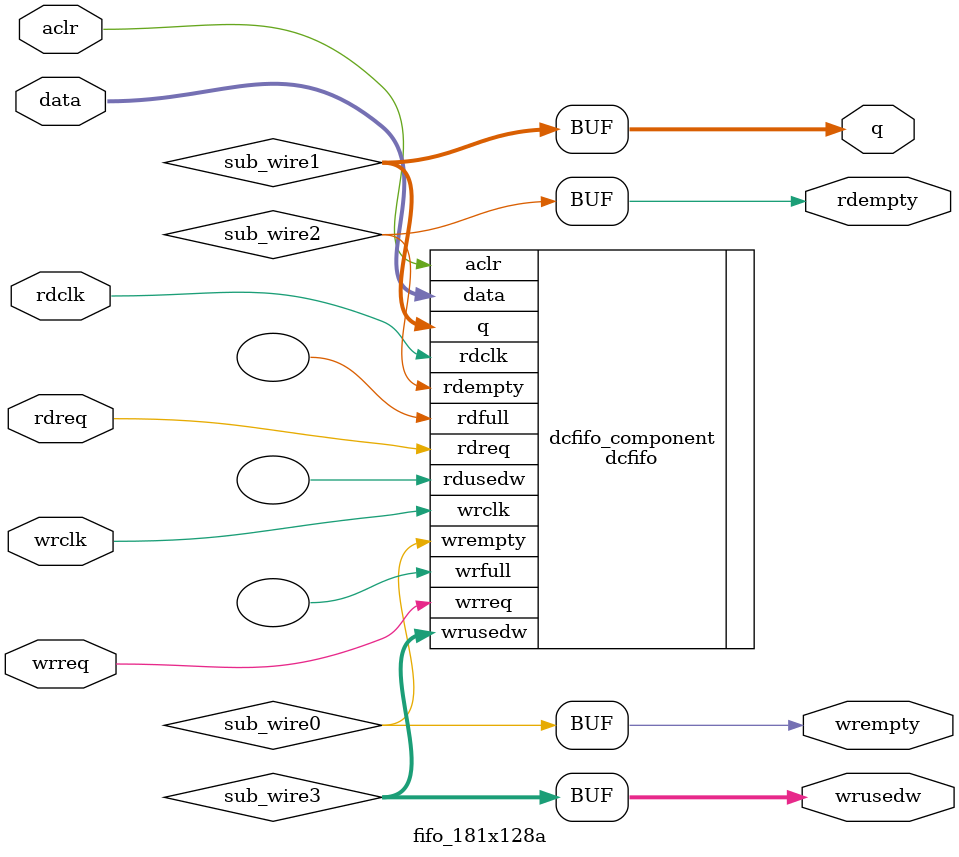
<source format=v>
module fifo_181x128a (
	aclr,
	data,
	rdclk,
	rdreq,
	wrclk,
	wrreq,
	q,
	rdempty,
	wrempty,
	wrusedw);
	input	  aclr;
	input	[180:0]  data;
	input	  rdclk;
	input	  rdreq;
	input	  wrclk;
	input	  wrreq;
	output	[180:0]  q;
	output	  rdempty;
	output	  wrempty;
	output	[6:0]  wrusedw;
`ifndef ALTERA_RESERVED_QIS
// synopsys translate_off
`endif
	tri0	  aclr;
`ifndef ALTERA_RESERVED_QIS
// synopsys translate_on
`endif
	wire  sub_wire0;
	wire [180:0] sub_wire1;
	wire  sub_wire2;
	wire [6:0] sub_wire3;
	wire  wrempty = sub_wire0;
	wire [180:0] q = sub_wire1[180:0];
	wire  rdempty = sub_wire2;
	wire [6:0] wrusedw = sub_wire3[6:0];
	dcfifo	dcfifo_component (
				.rdclk (rdclk),
				.wrclk (wrclk),
				.wrreq (wrreq),
				.aclr (aclr),
				.data (data),
				.rdreq (rdreq),
				.wrempty (sub_wire0),
				.q (sub_wire1),
				.rdempty (sub_wire2),
				.wrusedw (sub_wire3),
				.rdfull (),
				.rdusedw (),
				.wrfull ());
	defparam
		dcfifo_component.intended_device_family = "Arria II GX",
		dcfifo_component.lpm_numwords = 128,
		dcfifo_component.lpm_showahead = "ON",
		dcfifo_component.lpm_type = "dcfifo",
		dcfifo_component.lpm_width = 181,
		dcfifo_component.lpm_widthu = 7,
		dcfifo_component.overflow_checking = "ON",
		dcfifo_component.rdsync_delaypipe = 4,
		dcfifo_component.underflow_checking = "ON",
		dcfifo_component.use_eab = "ON",
		dcfifo_component.write_aclr_synch = "OFF",
		dcfifo_component.wrsync_delaypipe = 4;
endmodule
</source>
